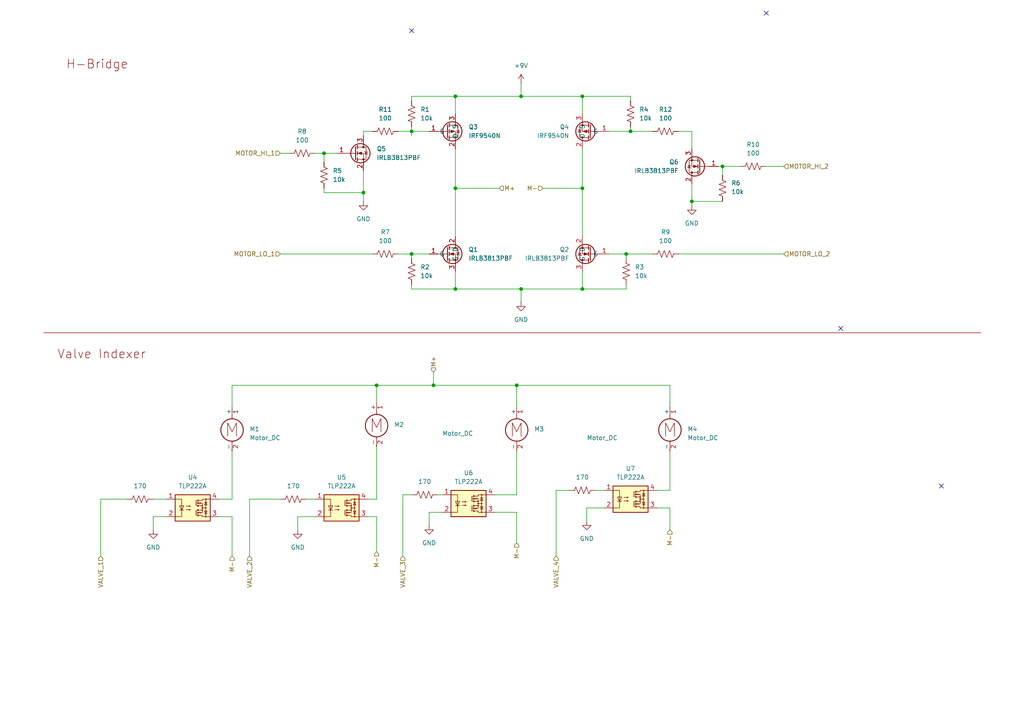
<source format=kicad_sch>
(kicad_sch (version 20250114) (generator "eeschema") (generator_version "9.0")
  (paper "A4")
  (lib_symbols
    (symbol "Device:R_US" (pin_numbers (hide yes)) (pin_names (offset 0))
      (property "Reference" "R" (at 2.54 0 90))
      (property "Value" "R_US" (at -2.54 0 90))
      (symbol "R_US_0_1"
        (polyline (pts (xy 0 2.286) (xy 0 2.54)))
        (polyline (pts (xy 0 2.286) (xy 1.016 1.905) (xy 0 1.524) (xy -1.016 1.143) (xy 0 0.762)))
        (polyline (pts (xy 0 0.762) (xy 1.016 0.381) (xy 0 0) (xy -1.016 -0.381) (xy 0 -0.762)))
        (polyline (pts (xy 0 -0.762) (xy 1.016 -1.143) (xy 0 -1.524) (xy -1.016 -1.905) (xy 0 -2.286)))
        (polyline (pts (xy 0 -2.286) (xy 0 -2.54)))
      )
      (symbol "R_US_1_1"
        (pin passive line (at 0 3.81 270) (length 1.27) (name "~") (number "1"))
        (pin passive line (at 0 -3.81 90) (length 1.27) (name "~") (number "2"))
      )
    )
    (symbol "IRF9540N_1"
      (property "Reference" "Q4" (at 6.35 -1.2701 0))
      (property "Value" "IRF9540N" (at 6.35 1.2699 0))
      (symbol "IRF9540N_1_0_1"
        (polyline (pts (xy 0.254 1.905) (xy 0.254 -1.905)) (stroke (width 0.254)))
        (polyline (pts (xy 0.254 0) (xy -2.54 0)))
        (polyline (pts (xy 0.762 2.286) (xy 0.762 1.27)) (stroke (width 0.254)))
        (polyline (pts (xy 0.762 1.778) (xy 3.302 1.778) (xy 3.302 -1.778) (xy 0.762 -1.778)))
        (polyline (pts (xy 0.762 0.508) (xy 0.762 -0.508)) (stroke (width 0.254)))
        (polyline (pts (xy 0.762 -1.27) (xy 0.762 -2.286)) (stroke (width 0.254)))
        (circle (center 1.651 0) (radius 2.794) (stroke (width 0.254)))
        (polyline (pts (xy 2.286 0) (xy 1.27 0.381) (xy 1.27 -0.381) (xy 2.286 0)) (fill (type outline)))
        (polyline (pts (xy 2.54 2.54) (xy 2.54 1.778)))
        (circle (center 2.54 1.778) (radius 0.254) (fill (type outline)))
        (circle (center 2.54 -1.778) (radius 0.254) (fill (type outline)))
        (polyline (pts (xy 2.54 -2.54) (xy 2.54 0) (xy 0.762 0)))
        (polyline (pts (xy 2.794 -0.508) (xy 2.921 -0.381) (xy 3.683 -0.381) (xy 3.81 -0.254)))
        (polyline (pts (xy 3.302 -0.381) (xy 2.921 0.254) (xy 3.683 0.254) (xy 3.302 -0.381)))
      )
      (symbol "IRF9540N_1_1_1"
        (pin input line (at -5.08 0 0) (length 2.54) (name "G") (number "1"))
        (pin passive line (at 2.54 5.08 270) (length 2.54) (name "D") (number "2"))
        (pin passive line (at 2.54 -5.08 90) (length 2.54) (name "S") (number "3"))
      )
    )
    (symbol "IRLB8721PBF_1"
      (property "Reference" "Q2" (at 6.35 -1.2701 0))
      (property "Value" "IRLB3813PBF" (at 6.35 1.2699 0))
      (symbol "IRLB8721PBF_1_0_1"
        (polyline (pts (xy 0.254 1.905) (xy 0.254 -1.905)) (stroke (width 0.254)))
        (polyline (pts (xy 0.254 0) (xy -2.54 0)))
        (polyline (pts (xy 0.762 2.286) (xy 0.762 1.27)) (stroke (width 0.254)))
        (polyline (pts (xy 0.762 0.508) (xy 0.762 -0.508)) (stroke (width 0.254)))
        (polyline (pts (xy 0.762 -1.27) (xy 0.762 -2.286)) (stroke (width 0.254)))
        (polyline (pts (xy 0.762 -1.778) (xy 3.302 -1.778) (xy 3.302 1.778) (xy 0.762 1.778)))
        (polyline (pts (xy 1.016 0) (xy 2.032 0.381) (xy 2.032 -0.381) (xy 1.016 0)) (fill (type outline)))
        (circle (center 1.651 0) (radius 2.794) (stroke (width 0.254)))
        (polyline (pts (xy 2.54 2.54) (xy 2.54 1.778)))
        (circle (center 2.54 1.778) (radius 0.254) (fill (type outline)))
        (circle (center 2.54 -1.778) (radius 0.254) (fill (type outline)))
        (polyline (pts (xy 2.54 -2.54) (xy 2.54 0) (xy 0.762 0)))
        (polyline (pts (xy 2.794 0.508) (xy 2.921 0.381) (xy 3.683 0.381) (xy 3.81 0.254)))
        (polyline (pts (xy 3.302 0.381) (xy 2.921 -0.254) (xy 3.683 -0.254) (xy 3.302 0.381)))
      )
      (symbol "IRLB8721PBF_1_1_1"
        (pin input line (at -5.08 0 0) (length 2.54) (name "G") (number "1"))
        (pin passive line (at 2.54 5.08 270) (length 2.54) (name "S") (number "3"))
        (pin passive line (at 2.54 -5.08 90) (length 2.54) (name "D") (number "2"))
      )
    )
    (symbol "IRLB8721PBF_2"
      (property "Reference" "Q1" (at 6.35 1.2701 0))
      (property "Value" "IRLB3813PBF" (at 6.35 -1.2699 0))
      (symbol "IRLB8721PBF_2_0_1"
        (polyline (pts (xy 0.254 1.905) (xy 0.254 -1.905)) (stroke (width 0.254)))
        (polyline (pts (xy 0.254 0) (xy -2.54 0)))
        (polyline (pts (xy 0.762 2.286) (xy 0.762 1.27)) (stroke (width 0.254)))
        (polyline (pts (xy 0.762 0.508) (xy 0.762 -0.508)) (stroke (width 0.254)))
        (polyline (pts (xy 0.762 -1.27) (xy 0.762 -2.286)) (stroke (width 0.254)))
        (polyline (pts (xy 0.762 -1.778) (xy 3.302 -1.778) (xy 3.302 1.778) (xy 0.762 1.778)))
        (polyline (pts (xy 1.016 0) (xy 2.032 0.381) (xy 2.032 -0.381) (xy 1.016 0)) (fill (type outline)))
        (circle (center 1.651 0) (radius 2.794) (stroke (width 0.254)))
        (polyline (pts (xy 2.54 2.54) (xy 2.54 1.778)))
        (circle (center 2.54 1.778) (radius 0.254) (fill (type outline)))
        (circle (center 2.54 -1.778) (radius 0.254) (fill (type outline)))
        (polyline (pts (xy 2.54 -2.54) (xy 2.54 0) (xy 0.762 0)))
        (polyline (pts (xy 2.794 0.508) (xy 2.921 0.381) (xy 3.683 0.381) (xy 3.81 0.254)))
        (polyline (pts (xy 3.302 0.381) (xy 2.921 -0.254) (xy 3.683 -0.254) (xy 3.302 0.381)))
      )
      (symbol "IRLB8721PBF_2_1_1"
        (pin input line (at -5.08 0 0) (length 2.54) (name "G") (number "1"))
        (pin passive line (at 2.54 5.08 270) (length 2.54) (name "D") (number "2"))
        (pin passive line (at 2.54 -5.08 90) (length 2.54) (name "S") (number "3"))
      )
    )
    (symbol "IRLB8721PBF_3" (pin_names (hide yes))
      (property "Reference" "Q5" (at 6.35 1.2701 0))
      (property "Value" "IRLB3813PBF" (at 6.35 -1.2699 0))
      (symbol "IRLB8721PBF_3_0_1"
        (polyline (pts (xy 0.254 1.905) (xy 0.254 -1.905)) (stroke (width 0.254)))
        (polyline (pts (xy 0.254 0) (xy -2.54 0)))
        (polyline (pts (xy 0.762 2.286) (xy 0.762 1.27)) (stroke (width 0.254)))
        (polyline (pts (xy 0.762 0.508) (xy 0.762 -0.508)) (stroke (width 0.254)))
        (polyline (pts (xy 0.762 -1.27) (xy 0.762 -2.286)) (stroke (width 0.254)))
        (polyline (pts (xy 0.762 -1.778) (xy 3.302 -1.778) (xy 3.302 1.778) (xy 0.762 1.778)))
        (polyline (pts (xy 1.016 0) (xy 2.032 0.381) (xy 2.032 -0.381) (xy 1.016 0)) (fill (type outline)))
        (circle (center 1.651 0) (radius 2.794) (stroke (width 0.254)))
        (polyline (pts (xy 2.54 2.54) (xy 2.54 1.778)))
        (circle (center 2.54 1.778) (radius 0.254) (fill (type outline)))
        (circle (center 2.54 -1.778) (radius 0.254) (fill (type outline)))
        (polyline (pts (xy 2.54 -2.54) (xy 2.54 0) (xy 0.762 0)))
        (polyline (pts (xy 2.794 0.508) (xy 2.921 0.381) (xy 3.683 0.381) (xy 3.81 0.254)))
        (polyline (pts (xy 3.302 0.381) (xy 2.921 -0.254) (xy 3.683 -0.254) (xy 3.302 0.381)))
      )
      (symbol "IRLB8721PBF_3_1_1"
        (pin input line (at -5.08 0 0) (length 2.54) (name "G") (number "1"))
        (pin passive line (at 2.54 5.08 270) (length 2.54) (name "S") (number "3"))
        (pin passive line (at 2.54 -5.08 90) (length 2.54) (name "D") (number "2"))
      )
    )
    (symbol "Motor:Motor_DC" (pin_names (offset 0))
      (property "Reference" "M" (at 2.54 2.54 0))
      (property "Value" "Motor_DC" (at 2.54 -5.08 0))
      (symbol "Motor_DC_0_0"
        (polyline (pts (xy -1.27 -3.302) (xy -1.27 0.508) (xy 0 -2.032) (xy 1.27 0.508) (xy 1.27 -3.302)))
      )
      (symbol "Motor_DC_0_1"
        (polyline (pts (xy 0 2.032) (xy 0 2.54)))
        (polyline (pts (xy 0 1.7272) (xy 0 2.0828)))
        (circle (center 0 -1.524) (radius 3.2512) (stroke (width 0.254)))
        (polyline (pts (xy 0 -4.7752) (xy 0 -5.1816)))
        (polyline (pts (xy 0 -7.62) (xy 0 -7.112)))
      )
      (symbol "Motor_DC_1_1"
        (pin passive line (at 0 5.08 270) (length 2.54) (name "+") (number "1"))
        (pin passive line (at 0 -7.62 90) (length 2.54) (name "-") (number "2"))
      )
    )
    (symbol "Relay_SolidState:TLP222A"
      (property "Reference" "U" (at -5.08 5.08 0))
      (property "Value" "TLP222A" (at 0 5.08 0))
      (symbol "TLP222A_0_1"
        (rectangle (start -5.08 3.81) (end 5.08 -3.81) (stroke (width 0.254)) (fill (type background)))
        (polyline (pts (xy -5.08 2.54) (xy -3.175 2.54) (xy -3.175 -2.54) (xy -5.08 -2.54)))
        (polyline (pts (xy -3.81 -0.635) (xy -2.54 -0.635)))
        (polyline (pts (xy -3.175 -0.635) (xy -3.81 0.635) (xy -2.54 0.635) (xy -3.175 -0.635)))
        (polyline (pts (xy -1.905 0.508) (xy -0.635 0.508) (xy -1.016 0.381) (xy -1.016 0.635) (xy -0.635 0.508)))
        (polyline (pts (xy -1.905 -0.508) (xy -0.635 -0.508) (xy -1.016 -0.635) (xy -1.016 -0.381) (xy -0.635 -0.508)))
        (polyline (pts (xy 1.016 2.159) (xy 1.016 0.635)) (stroke (width 0.2032)))
        (polyline (pts (xy 1.016 -0.635) (xy 1.016 -2.159)) (stroke (width 0.2032)))
        (polyline (pts (xy 1.524 2.286) (xy 1.524 2.032) (xy 1.524 2.032)) (stroke (width 0.3556)))
        (polyline (pts (xy 1.524 1.524) (xy 1.524 1.27) (xy 1.524 1.27)) (stroke (width 0.3556)))
        (polyline (pts (xy 1.524 0.762) (xy 1.524 0.508) (xy 1.524 0.508)) (stroke (width 0.3556)))
        (polyline (pts (xy 1.524 -0.508) (xy 1.524 -0.762)) (stroke (width 0.3556)))
        (polyline (pts (xy 1.524 -1.27) (xy 1.524 -1.524) (xy 1.524 -1.524)) (stroke (width 0.3556)))
        (polyline (pts (xy 1.524 -2.032) (xy 1.524 -2.286) (xy 1.524 -2.286)) (stroke (width 0.3556)))
        (polyline (pts (xy 1.651 2.159) (xy 2.794 2.159) (xy 2.794 2.54) (xy 5.08 2.54)))
        (polyline (pts (xy 1.651 1.397) (xy 2.794 1.397) (xy 2.794 0.635)))
        (polyline (pts (xy 1.651 -0.635) (xy 2.794 -0.635) (xy 2.794 0.635) (xy 1.651 0.635)))
        (polyline (pts (xy 1.651 -1.397) (xy 2.794 -1.397) (xy 2.794 -0.635)))
        (polyline (pts (xy 1.651 -2.159) (xy 2.794 -2.159) (xy 2.794 -2.54) (xy 5.08 -2.54)))
        (polyline (pts (xy 1.778 1.397) (xy 2.286 1.524) (xy 2.286 1.27) (xy 1.778 1.397)))
        (polyline (pts (xy 1.778 -1.397) (xy 2.286 -1.27) (xy 2.286 -1.524) (xy 1.778 -1.397)))
        (circle (center 2.794 0.635) (radius 0.127))
        (polyline (pts (xy 2.794 0) (xy 3.81 0)))
        (circle (center 2.794 0) (radius 0.127))
        (circle (center 2.794 -0.635) (radius 0.127))
        (polyline (pts (xy 3.429 1.651) (xy 4.191 1.651)))
        (polyline (pts (xy 3.429 -1.651) (xy 4.191 -1.651)))
        (circle (center 3.81 2.54) (radius 0.127))
        (polyline (pts (xy 3.81 1.651) (xy 3.429 0.889) (xy 4.191 0.889) (xy 3.81 1.651)))
        (circle (center 3.81 0) (radius 0.127))
        (polyline (pts (xy 3.81 -1.651) (xy 3.429 -0.889) (xy 4.191 -0.889) (xy 3.81 -1.651)))
        (polyline (pts (xy 3.81 -2.54) (xy 3.81 2.54)))
        (circle (center 3.81 -2.54) (radius 0.127))
      )
      (symbol "TLP222A_1_1"
        (pin passive line (at -7.62 2.54 0) (length 2.54) (name "~") (number "1"))
        (pin passive line (at -7.62 -2.54 0) (length 2.54) (name "~") (number "2"))
        (pin passive line (at 7.62 2.54 180) (length 2.54) (name "~") (number "4"))
        (pin passive line (at 7.62 -2.54 180) (length 2.54) (name "~") (number "3"))
      )
    )
    (symbol "Transistor_FET:IRF9540N"
      (property "Reference" "Q3" (at 6.35 1.2701 0))
      (property "Value" "IRF9540N" (at 6.35 -1.2699 0))
      (symbol "IRF9540N_0_1"
        (polyline (pts (xy 0.254 1.905) (xy 0.254 -1.905)) (stroke (width 0.254)))
        (polyline (pts (xy 0.254 0) (xy -2.54 0)))
        (polyline (pts (xy 0.762 2.286) (xy 0.762 1.27)) (stroke (width 0.254)))
        (polyline (pts (xy 0.762 1.778) (xy 3.302 1.778) (xy 3.302 -1.778) (xy 0.762 -1.778)))
        (polyline (pts (xy 0.762 0.508) (xy 0.762 -0.508)) (stroke (width 0.254)))
        (polyline (pts (xy 0.762 -1.27) (xy 0.762 -2.286)) (stroke (width 0.254)))
        (circle (center 1.651 0) (radius 2.794) (stroke (width 0.254)))
        (polyline (pts (xy 2.286 0) (xy 1.27 0.381) (xy 1.27 -0.381) (xy 2.286 0)) (fill (type outline)))
        (polyline (pts (xy 2.54 2.54) (xy 2.54 1.778)))
        (circle (center 2.54 1.778) (radius 0.254) (fill (type outline)))
        (circle (center 2.54 -1.778) (radius 0.254) (fill (type outline)))
        (polyline (pts (xy 2.54 -2.54) (xy 2.54 0) (xy 0.762 0)))
        (polyline (pts (xy 2.794 -0.508) (xy 2.921 -0.381) (xy 3.683 -0.381) (xy 3.81 -0.254)))
        (polyline (pts (xy 3.302 -0.381) (xy 2.921 0.254) (xy 3.683 0.254) (xy 3.302 -0.381)))
      )
      (symbol "IRF9540N_1_1"
        (pin input line (at -5.08 0 0) (length 2.54) (name "G") (number "1"))
        (pin passive line (at 2.54 5.08 270) (length 2.54) (name "S") (number "3"))
        (pin passive line (at 2.54 -5.08 90) (length 2.54) (name "D") (number "2"))
      )
    )
    (symbol "Transistor_FET:IRLB8721PBF" (pin_names (hide yes))
      (property "Reference" "Q" (at 5.08 1.905 0))
      (property "Value" "IRLB8721PBF" (at 5.08 0 0))
      (symbol "IRLB8721PBF_0_1"
        (polyline (pts (xy 0.254 1.905) (xy 0.254 -1.905)) (stroke (width 0.254)))
        (polyline (pts (xy 0.254 0) (xy -2.54 0)))
        (polyline (pts (xy 0.762 2.286) (xy 0.762 1.27)) (stroke (width 0.254)))
        (polyline (pts (xy 0.762 0.508) (xy 0.762 -0.508)) (stroke (width 0.254)))
        (polyline (pts (xy 0.762 -1.27) (xy 0.762 -2.286)) (stroke (width 0.254)))
        (polyline (pts (xy 0.762 -1.778) (xy 3.302 -1.778) (xy 3.302 1.778) (xy 0.762 1.778)))
        (polyline (pts (xy 1.016 0) (xy 2.032 0.381) (xy 2.032 -0.381) (xy 1.016 0)) (fill (type outline)))
        (circle (center 1.651 0) (radius 2.794) (stroke (width 0.254)))
        (polyline (pts (xy 2.54 2.54) (xy 2.54 1.778)))
        (circle (center 2.54 1.778) (radius 0.254) (fill (type outline)))
        (circle (center 2.54 -1.778) (radius 0.254) (fill (type outline)))
        (polyline (pts (xy 2.54 -2.54) (xy 2.54 0) (xy 0.762 0)))
        (polyline (pts (xy 2.794 0.508) (xy 2.921 0.381) (xy 3.683 0.381) (xy 3.81 0.254)))
        (polyline (pts (xy 3.302 0.381) (xy 2.921 -0.254) (xy 3.683 -0.254) (xy 3.302 0.381)))
      )
      (symbol "IRLB8721PBF_1_1"
        (pin input line (at -5.08 0 0) (length 2.54) (name "G") (number "1"))
        (pin passive line (at 2.54 5.08 270) (length 2.54) (name "D") (number "2"))
        (pin passive line (at 2.54 -5.08 90) (length 2.54) (name "S") (number "3"))
      )
    )
    (symbol "power:+9V" (power) (pin_numbers (hide yes)) (pin_names (offset 0) (hide yes))
      (property "Value" "+9V" (at 0 3.556 0))
      (symbol "+9V_0_1"
        (polyline (pts (xy -0.762 1.27) (xy 0 2.54)))
        (polyline (pts (xy 0 2.54) (xy 0.762 1.27)))
        (polyline (pts (xy 0 0) (xy 0 2.54)))
      )
      (symbol "+9V_1_1"
        (pin power_in line (at 0 0 90) (length 0) (name "~") (number "1"))
      )
    )
    (symbol "power:GND" (power) (pin_numbers (hide yes)) (pin_names (offset 0) (hide yes))
      (property "Value" "GND" (at 0 -3.81 0))
      (symbol "GND_0_1"
        (polyline (pts (xy 0 0) (xy 0 -1.27) (xy 1.27 -1.27) (xy 0 -2.54) (xy -1.27 -1.27) (xy 0 -1.27)))
      )
      (symbol "GND_1_1"
        (pin power_in line (at 0 0 270) (length 0) (name "~") (number "1"))
      )
    )
  )
  (text "Valve Indexer\n" (at 29.464 102.87 0) (effects (font (size 2.54 2.54))))
  (text "H-Bridge" (at 28.194 18.796 0) (effects (font (size 2.54 2.54))))
  (junction (at 149.86 111.76))
  (junction (at 151.13 27.94))
  (junction (at 182.88 38.1))
  (junction (at 109.22 111.76))
  (junction (at 119.38 73.66))
  (junction (at 93.98 44.45))
  (junction (at 181.61 73.66))
  (junction (at 119.38 38.1))
  (junction (at 132.08 27.94))
  (junction (at 209.55 48.26))
  (junction (at 125.73 111.76))
  (junction (at 200.66 58.42))
  (junction (at 132.08 83.82))
  (junction (at 168.91 54.61))
  (junction (at 151.13 83.82))
  (junction (at 105.41 55.88))
  (junction (at 168.91 27.94))
  (junction (at 168.91 83.82))
  (junction (at 132.08 54.61))
  (no_connect (at 222.25 3.81))
  (no_connect (at 179.07 -38.1))
  (no_connect (at 243.84 95.25))
  (no_connect (at 119.38 8.89))
  (no_connect (at 273.05 140.97))
  (wire (pts (xy 168.91 83.82) (xy 181.61 83.82)))
  (wire (pts (xy 161.29 161.29) (xy 161.29 142.24)))
  (wire (pts (xy 44.45 149.86) (xy 44.45 153.67)))
  (wire (pts (xy 48.26 149.86) (xy 44.45 149.86)))
  (wire (pts (xy 132.08 54.61) (xy 132.08 68.58)))
  (wire (pts (xy 119.38 83.82) (xy 132.08 83.82)))
  (wire (pts (xy 149.86 111.76) (xy 194.31 111.76)))
  (wire (pts (xy 151.13 83.82) (xy 168.91 83.82)))
  (wire (pts (xy 176.53 38.1) (xy 182.88 38.1)))
  (wire (pts (xy 161.29 142.24) (xy 165.1 142.24)))
  (wire (pts (xy 157.48 54.61) (xy 168.91 54.61)))
  (wire (pts (xy 132.08 33.02) (xy 132.08 27.94)))
  (wire (pts (xy 109.22 129.54) (xy 109.22 144.78)))
  (wire (pts (xy 67.31 144.78) (xy 63.5 144.78)))
  (wire (pts (xy 200.66 38.1) (xy 200.66 43.18)))
  (wire (pts (xy 119.38 82.55) (xy 119.38 83.82)))
  (wire (pts (xy 168.91 27.94) (xy 182.88 27.94)))
  (wire (pts (xy 209.55 48.26) (xy 209.55 50.8)))
  (wire (pts (xy 132.08 54.61) (xy 144.78 54.61)))
  (wire (pts (xy 190.5 147.32) (xy 194.31 147.32)))
  (wire (pts (xy 128.27 143.51) (xy 127 143.51)))
  (wire (pts (xy 86.36 149.86) (xy 91.44 149.86)))
  (wire (pts (xy 93.98 55.88) (xy 105.41 55.88)))
  (wire (pts (xy 196.85 38.1) (xy 200.66 38.1)))
  (wire (pts (xy 181.61 83.82) (xy 181.61 82.55)))
  (wire (pts (xy 172.72 142.24) (xy 175.26 142.24)))
  (wire (pts (xy 109.22 111.76) (xy 109.22 116.84)))
  (wire (pts (xy 105.41 55.88) (xy 105.41 49.53)))
  (wire (pts (xy 182.88 36.83) (xy 182.88 38.1)))
  (wire (pts (xy 208.28 48.26) (xy 209.55 48.26)))
  (wire (pts (xy 93.98 44.45) (xy 97.79 44.45)))
  (wire (pts (xy 151.13 83.82) (xy 151.13 87.63)))
  (wire (pts (xy 29.21 144.78) (xy 36.83 144.78)))
  (wire (pts (xy 194.31 147.32) (xy 194.31 153.67)))
  (wire (pts (xy 105.41 38.1) (xy 105.41 39.37)))
  (wire (pts (xy 115.57 73.66) (xy 119.38 73.66)))
  (wire (pts (xy 170.18 147.32) (xy 175.26 147.32)))
  (wire (pts (xy 182.88 38.1) (xy 189.23 38.1)))
  (wire (pts (xy 222.25 48.26) (xy 227.33 48.26)))
  (wire (pts (xy 119.38 38.1) (xy 124.46 38.1)))
  (wire (pts (xy 119.38 29.21) (xy 119.38 27.94)))
  (wire (pts (xy 93.98 54.61) (xy 93.98 55.88)))
  (wire (pts (xy 132.08 43.18) (xy 132.08 54.61)))
  (wire (pts (xy 194.31 111.76) (xy 194.31 118.11)))
  (wire (pts (xy 196.85 73.66) (xy 227.33 73.66)))
  (wire (pts (xy 72.39 161.29) (xy 72.39 144.78)))
  (wire (pts (xy 119.38 27.94) (xy 132.08 27.94)))
  (wire (pts (xy 128.27 148.59) (xy 124.46 148.59)))
  (wire (pts (xy 109.22 144.78) (xy 106.68 144.78)))
  (wire (pts (xy 168.91 27.94) (xy 168.91 33.02)))
  (wire (pts (xy 106.68 149.86) (xy 109.22 149.86)))
  (wire (pts (xy 149.86 148.59) (xy 143.51 148.59)))
  (wire (pts (xy 200.66 58.42) (xy 200.66 59.69)))
  (wire (pts (xy 81.28 73.66) (xy 107.95 73.66)))
  (wire (pts (xy 149.86 143.51) (xy 143.51 143.51)))
  (wire (pts (xy 168.91 54.61) (xy 168.91 68.58)))
  (wire (pts (xy 181.61 73.66) (xy 189.23 73.66)))
  (wire (pts (xy 209.55 48.26) (xy 214.63 48.26)))
  (wire (pts (xy 115.57 38.1) (xy 119.38 38.1)))
  (wire (pts (xy 29.21 161.29) (xy 29.21 144.78)))
  (wire (pts (xy 88.9 144.78) (xy 91.44 144.78)))
  (wire (pts (xy 132.08 83.82) (xy 151.13 83.82)))
  (wire (pts (xy 176.53 73.66) (xy 181.61 73.66)))
  (wire (pts (xy 168.91 43.18) (xy 168.91 54.61)))
  (wire (pts (xy 63.5 149.86) (xy 67.31 149.86)))
  (wire (pts (xy 125.73 111.76) (xy 149.86 111.76)))
  (wire (pts (xy 119.38 36.83) (xy 119.38 38.1)))
  (wire (pts (xy 194.31 142.24) (xy 190.5 142.24)))
  (wire (pts (xy 119.38 74.93) (xy 119.38 73.66)))
  (wire (pts (xy 81.28 44.45) (xy 83.82 44.45)))
  (wire (pts (xy 67.31 111.76) (xy 67.31 118.11)))
  (wire (pts (xy 119.38 39.37) (xy 119.38 38.1)))
  (wire (pts (xy 125.73 107.95) (xy 125.73 111.76)))
  (wire (pts (xy 149.86 111.76) (xy 149.86 118.11)))
  (wire (pts (xy 109.22 111.76) (xy 125.73 111.76)))
  (wire (pts (xy 194.31 130.81) (xy 194.31 142.24)))
  (wire (pts (xy 181.61 74.93) (xy 181.61 73.66)))
  (wire (pts (xy 151.13 24.13) (xy 151.13 27.94)))
  (wire (pts (xy 91.44 44.45) (xy 93.98 44.45)))
  (wire (pts (xy 109.22 149.86) (xy 109.22 160.02)))
  (wire (pts (xy 107.95 38.1) (xy 105.41 38.1)))
  (wire (pts (xy 200.66 58.42) (xy 209.55 58.42)))
  (wire (pts (xy 119.38 73.66) (xy 124.46 73.66)))
  (wire (pts (xy 86.36 153.67) (xy 86.36 149.86)))
  (wire (pts (xy 67.31 111.76) (xy 109.22 111.76)))
  (wire (pts (xy 149.86 130.81) (xy 149.86 143.51)))
  (wire (pts (xy 124.46 148.59) (xy 124.46 152.4)))
  (wire (pts (xy 151.13 27.94) (xy 168.91 27.94)))
  (wire (pts (xy 132.08 78.74) (xy 132.08 83.82)))
  (wire (pts (xy 116.84 143.51) (xy 116.84 161.29)))
  (wire (pts (xy 72.39 144.78) (xy 81.28 144.78)))
  (wire (pts (xy 170.18 151.13) (xy 170.18 147.32)))
  (wire (pts (xy 119.38 143.51) (xy 116.84 143.51)))
  (wire (pts (xy 200.66 53.34) (xy 200.66 58.42)))
  (wire (pts (xy 67.31 149.86) (xy 67.31 161.29)))
  (wire (pts (xy 182.88 27.94) (xy 182.88 29.21)))
  (polyline (pts (xy 12.7 96.52) (xy 284.48 96.52)) (stroke (width 0) (type solid) (color 132 0 0 1)))
  (wire (pts (xy 149.86 157.48) (xy 149.86 148.59)))
  (wire (pts (xy 105.41 55.88) (xy 105.41 58.42)))
  (wire (pts (xy 48.26 144.78) (xy 44.45 144.78)))
  (wire (pts (xy 67.31 130.81) (xy 67.31 144.78)))
  (wire (pts (xy 168.91 78.74) (xy 168.91 83.82)))
  (wire (pts (xy 93.98 46.99) (xy 93.98 44.45)))
  (wire (pts (xy 132.08 27.94) (xy 151.13 27.94)))
  (hierarchical_label "MOTOR_HI_2" (shape input) (at 227.33 48.26 0))
  (hierarchical_label "MOTOR_LO_1" (shape input) (at 81.28 73.66 180))
  (hierarchical_label "M-" (shape input) (at 194.31 153.67 270))
  (hierarchical_label "M-" (shape input) (at 109.22 160.02 270))
  (hierarchical_label "M-" (shape input) (at 157.48 54.61 180))
  (hierarchical_label "MOTOR_LO_2" (shape input) (at 227.33 73.66 0))
  (hierarchical_label "MOTOR_HI_1" (shape input) (at 81.28 44.45 180))
  (hierarchical_label "M-" (shape input) (at 149.86 157.48 270))
  (hierarchical_label "M-" (shape input) (at 67.31 161.29 270))
  (hierarchical_label "M+" (shape input) (at 144.78 54.61 0))
  (hierarchical_label "VALVE_2" (shape input) (at 72.39 161.29 270))
  (hierarchical_label "VALVE_4" (shape input) (at 161.29 161.29 270))
  (hierarchical_label "VALVE_1" (shape input) (at 29.21 161.29 270))
  (hierarchical_label "VALVE_3" (shape input) (at 116.84 161.29 270))
  (hierarchical_label "M+" (shape input) (at 125.73 107.95 90))
  (symbol (lib_id "Device:R_US") (at 193.04 73.66 270) (unit 1)
    (property "Reference" "R9" (at 193.04 67.31 90))
    (property "Value" "100" (at 193.04 69.85 90))
    (property "Description" "Resistor, US symbol" (effects (hide yes)))
  )
  (symbol (lib_id "Device:R_US") (at 193.04 38.1 270) (unit 1)
    (property "Reference" "R12" (at 193.04 31.75 90))
    (property "Value" "100" (at 193.04 34.29 90))
    (property "Description" "Resistor, US symbol" (effects (hide yes)))
  )
  (symbol (lib_id "Transistor_FET:IRLB8721PBF") (at 203.2 48.26 180) (unit 1)
    (property "Reference" "Q6" (at 196.85 46.9899 0) (effects (justify left)))
    (property "Value" "IRLB3813PBF" (at 196.85 49.5299 0) (effects (justify left)))
    (property "Footprint" "Package_TO_SOT_THT:TO-220-3_Vertical" (effects (hide yes)))
    (property "Datasheet" "http://www.infineon.com/dgdl/irlb8721pbf.pdf?fileId=5546d462533600a40153566056732591" (effects (hide yes)))
    (property "Description" "62A Id, 30V Vds, 8.7 mOhm Rds, N-Channel HEXFET Power MOSFET, TO-220" (effects (hide yes)))
  )
  (symbol (lib_id "Relay_SolidState:TLP222A") (at 55.88 147.32 0) (unit 1)
    (property "Reference" "U4" (at 55.88 138.43 0))
    (property "Value" "TLP222A" (at 55.88 140.97 0))
    (property "Footprint" "Package_DIP:DIP-4_W7.62mm" (effects (hide yes)))
    (property "Datasheet" "https://toshiba.semicon-storage.com/info/docget.jsp?did=17036&prodName=TLP222A" (effects (hide yes)))
    (property "Description" "MOSFET Photorelay 1-Form-A, Voff 60V, Ion 0,5A, DIP4" (effects (hide yes)))
  )
  (symbol (lib_id "power:+9V") (at 151.13 24.13 0) (unit 1)
    (property "Reference" "#PWR02" (effects (hide yes)))
    (property "Value" "+9V" (at 151.13 19.05 0))
    (property "Description" "Power symbol creates a global label with name \"+9V\"" (effects (hide yes)))
  )
  (symbol (lib_id "Transistor_FET:IRF9540N") (at 129.54 38.1 0) (unit 1)
    (property "Reference" "Q3" (at 135.89 36.8299 0) (effects (justify left)))
    (property "Value" "IRF9540N" (at 135.89 39.3699 0) (effects (justify left)))
    (property "Footprint" "Package_TO_SOT_THT:TO-220-3_Vertical" (effects (hide yes)))
    (property "Datasheet" "http://www.irf.com/product-info/datasheets/data/irf9540n.pdf" (effects (hide yes)))
    (property "Description" "-23A Id, -100V Vds, 117mOhm Rds, P-Channel HEXFET Power MOSFET, TO-220" (effects (hide yes)))
  )
  (symbol (lib_name "IRLB8721PBF_3") (lib_id "Transistor_FET:IRLB8721PBF") (at 102.87 44.45 0) (unit 1)
    (property "Reference" "Q5" (at 109.22 43.1799 0) (effects (justify left)))
    (property "Value" "IRLB3813PBF" (at 109.22 45.7199 0) (effects (justify left)))
    (property "Footprint" "Package_TO_SOT_THT:TO-220-3_Vertical" (effects (hide yes)))
    (property "Datasheet" "http://www.infineon.com/dgdl/irlb8721pbf.pdf?fileId=5546d462533600a40153566056732591" (effects (hide yes)))
    (property "Description" "62A Id, 30V Vds, 8.7 mOhm Rds, N-Channel HEXFET Power MOSFET, TO-220" (effects (hide yes)))
  )
  (symbol (lib_id "Device:R_US") (at 85.09 144.78 90) (unit 1)
    (property "Reference" "R19" (effects (hide yes)))
    (property "Value" "170" (at 85.09 140.97 90))
    (property "Description" "Resistor, US symbol" (effects (hide yes)))
  )
  (symbol (lib_id "Relay_SolidState:TLP222A") (at 135.89 146.05 0) (unit 1)
    (property "Reference" "U6" (at 135.89 137.16 0))
    (property "Value" "TLP222A" (at 135.89 139.7 0))
    (property "Footprint" "Package_DIP:DIP-4_W7.62mm" (effects (hide yes)))
    (property "Datasheet" "https://toshiba.semicon-storage.com/info/docget.jsp?did=17036&prodName=TLP222A" (effects (hide yes)))
    (property "Description" "MOSFET Photorelay 1-Form-A, Voff 60V, Ion 0,5A, DIP4" (effects (hide yes)))
  )
  (symbol (lib_id "Device:R_US") (at 40.64 144.78 90) (unit 1)
    (property "Reference" "R18" (effects (hide yes)))
    (property "Value" "170" (at 40.64 140.97 90))
    (property "Description" "Resistor, US symbol" (effects (hide yes)))
  )
  (symbol (lib_id "Device:R_US") (at 111.76 73.66 270) (unit 1)
    (property "Reference" "R7" (at 111.76 67.31 90))
    (property "Value" "100" (at 111.76 69.85 90))
    (property "Description" "Resistor, US symbol" (effects (hide yes)))
  )
  (symbol (lib_id "Device:R_US") (at 93.98 50.8 0) (unit 1)
    (property "Reference" "R5" (at 96.52 49.5299 0) (effects (justify left)))
    (property "Value" "10k" (at 96.52 52.0699 0) (effects (justify left)))
    (property "Description" "Resistor, US symbol" (effects (hide yes)))
  )
  (symbol (lib_id "Device:R_US") (at 181.61 78.74 0) (unit 1)
    (property "Reference" "R3" (at 184.15 77.4699 0) (effects (justify left)))
    (property "Value" "10k" (at 184.15 80.0099 0) (effects (justify left)))
    (property "Description" "Resistor, US symbol" (effects (hide yes)))
  )
  (symbol (lib_id "power:GND") (at 124.46 152.4 0) (unit 1)
    (property "Reference" "#PWR05" (effects (hide yes)))
    (property "Value" "GND" (at 124.46 157.48 0))
    (property "Description" "Power symbol creates a global label with name \"GND\" , ground" (effects (hide yes)))
  )
  (symbol (lib_id "Device:R_US") (at 123.19 143.51 90) (unit 1)
    (property "Reference" "R13" (effects (hide yes)))
    (property "Value" "170" (at 123.19 139.7 90))
    (property "Description" "Resistor, US symbol" (effects (hide yes)))
  )
  (symbol (lib_id "Device:R_US") (at 119.38 33.02 0) (unit 1)
    (property "Reference" "R1" (at 121.92 31.7499 0) (effects (justify left)))
    (property "Value" "10k" (at 121.92 34.2899 0) (effects (justify left)))
    (property "Description" "Resistor, US symbol" (effects (hide yes)))
  )
  (symbol (lib_id "Motor:Motor_DC") (at 109.22 121.92 0) (unit 1)
    (property "Reference" "M2" (at 114.3 123.1899 0) (effects (justify left)))
    (property "Value" "Motor_DC" (at 128.27 125.7299 0) (effects (justify left)))
    (property "Description" "DC Motor" (effects (hide yes)))
  )
  (symbol (lib_id "power:GND") (at 105.41 58.42 0) (unit 1)
    (property "Reference" "#PWR03" (effects (hide yes)))
    (property "Value" "GND" (at 105.41 63.5 0))
    (property "Description" "Power symbol creates a global label with name \"GND\" , ground" (effects (hide yes)))
  )
  (symbol (lib_id "power:GND") (at 86.36 153.67 0) (unit 1)
    (property "Reference" "#PWR07" (effects (hide yes)))
    (property "Value" "GND" (at 86.36 158.75 0))
    (property "Description" "Power symbol creates a global label with name \"GND\" , ground" (effects (hide yes)))
  )
  (symbol (lib_id "Device:R_US") (at 119.38 78.74 0) (unit 1)
    (property "Reference" "R2" (at 121.92 77.4699 0) (effects (justify left)))
    (property "Value" "10k" (at 121.92 80.0099 0) (effects (justify left)))
    (property "Description" "Resistor, US symbol" (effects (hide yes)))
  )
  (symbol (lib_id "Device:R_US") (at 182.88 33.02 0) (unit 1)
    (property "Reference" "R4" (at 185.42 31.7499 0) (effects (justify left)))
    (property "Value" "10k" (at 185.42 34.2899 0) (effects (justify left)))
    (property "Description" "Resistor, US symbol" (effects (hide yes)))
  )
  (symbol (lib_id "power:GND") (at 44.45 153.67 0) (unit 1)
    (property "Reference" "#PWR06" (effects (hide yes)))
    (property "Value" "GND" (at 44.45 158.75 0))
    (property "Description" "Power symbol creates a global label with name \"GND\" , ground" (effects (hide yes)))
  )
  (symbol (lib_id "Motor:Motor_DC") (at 67.31 123.19 0) (unit 1)
    (property "Reference" "M1" (at 72.39 124.4599 0) (effects (justify left)))
    (property "Value" "Motor_DC" (at 72.39 126.9999 0) (effects (justify left)))
    (property "Description" "DC Motor" (effects (hide yes)))
  )
  (symbol (lib_id "Device:R_US") (at 218.44 48.26 270) (unit 1)
    (property "Reference" "R10" (at 218.44 41.91 90))
    (property "Value" "100" (at 218.44 44.45 90))
    (property "Description" "Resistor, US symbol" (effects (hide yes)))
  )
  (symbol (lib_name "IRLB8721PBF_2") (lib_id "Transistor_FET:IRLB8721PBF") (at 129.54 73.66 0) (unit 1)
    (property "Reference" "Q1" (at 135.89 72.3899 0) (effects (justify left)))
    (property "Value" "IRLB3813PBF" (at 135.89 74.9299 0) (effects (justify left)))
    (property "Footprint" "Package_TO_SOT_THT:TO-220-3_Vertical" (effects (hide yes)))
    (property "Datasheet" "http://www.infineon.com/dgdl/irlb8721pbf.pdf?fileId=5546d462533600a40153566056732591" (effects (hide yes)))
    (property "Description" "62A Id, 30V Vds, 8.7 mOhm Rds, N-Channel HEXFET Power MOSFET, TO-220" (effects (hide yes)))
  )
  (symbol (lib_id "Motor:Motor_DC") (at 194.31 123.19 0) (unit 1)
    (property "Reference" "M4" (at 199.39 124.4599 0) (effects (justify left)))
    (property "Value" "Motor_DC" (at 199.39 126.9999 0) (effects (justify left)))
    (property "Description" "DC Motor" (effects (hide yes)))
  )
  (symbol (lib_id "Device:R_US") (at 168.91 142.24 90) (unit 1)
    (property "Reference" "R14" (effects (hide yes)))
    (property "Value" "170" (at 168.91 138.43 90))
    (property "Description" "Resistor, US symbol" (effects (hide yes)))
  )
  (symbol (lib_id "power:GND") (at 151.13 87.63 0) (unit 1)
    (property "Reference" "#PWR01" (effects (hide yes)))
    (property "Value" "GND" (at 151.13 92.71 0))
    (property "Description" "Power symbol creates a global label with name \"GND\" , ground" (effects (hide yes)))
  )
  (symbol (lib_id "Device:R_US") (at 111.76 38.1 270) (unit 1)
    (property "Reference" "R11" (at 111.76 31.75 90))
    (property "Value" "100" (at 111.76 34.29 90))
    (property "Description" "Resistor, US symbol" (effects (hide yes)))
  )
  (symbol (lib_id "Relay_SolidState:TLP222A") (at 182.88 144.78 0) (unit 1)
    (property "Reference" "U7" (at 182.88 135.89 0))
    (property "Value" "TLP222A" (at 182.88 138.43 0))
    (property "Footprint" "Package_DIP:DIP-4_W7.62mm" (effects (hide yes)))
    (property "Datasheet" "https://toshiba.semicon-storage.com/info/docget.jsp?did=17036&prodName=TLP222A" (effects (hide yes)))
    (property "Description" "MOSFET Photorelay 1-Form-A, Voff 60V, Ion 0,5A, DIP4" (effects (hide yes)))
  )
  (symbol (lib_name "IRLB8721PBF_1") (lib_id "Transistor_FET:IRLB8721PBF") (at 171.45 73.66 180) (unit 1)
    (property "Reference" "Q2" (at 165.1 72.3899 0) (effects (justify left)))
    (property "Value" "IRLB3813PBF" (at 165.1 74.9299 0) (effects (justify left)))
    (property "Footprint" "Package_TO_SOT_THT:TO-220-3_Vertical" (effects (hide yes)))
    (property "Datasheet" "http://www.infineon.com/dgdl/irlb8721pbf.pdf?fileId=5546d462533600a40153566056732591" (effects (hide yes)))
    (property "Description" "62A Id, 30V Vds, 8.7 mOhm Rds, N-Channel HEXFET Power MOSFET, TO-220" (effects (hide yes)))
  )
  (symbol (lib_id "Relay_SolidState:TLP222A") (at 99.06 147.32 0) (unit 1)
    (property "Reference" "U5" (at 99.06 138.43 0))
    (property "Value" "TLP222A" (at 99.06 140.97 0))
    (property "Footprint" "Package_DIP:DIP-4_W7.62mm" (effects (hide yes)))
    (property "Datasheet" "https://toshiba.semicon-storage.com/info/docget.jsp?did=17036&prodName=TLP222A" (effects (hide yes)))
    (property "Description" "MOSFET Photorelay 1-Form-A, Voff 60V, Ion 0,5A, DIP4" (effects (hide yes)))
  )
  (symbol (lib_id "Device:R_US") (at 87.63 44.45 270) (unit 1)
    (property "Reference" "R8" (at 87.63 38.1 90))
    (property "Value" "100" (at 87.63 40.64 90))
    (property "Description" "Resistor, US symbol" (effects (hide yes)))
  )
  (symbol (lib_id "power:GND") (at 170.18 151.13 0) (unit 1)
    (property "Reference" "#PWR08" (effects (hide yes)))
    (property "Value" "GND" (at 170.18 156.21 0))
    (property "Description" "Power symbol creates a global label with name \"GND\" , ground" (effects (hide yes)))
  )
  (symbol (lib_id "Motor:Motor_DC") (at 149.86 123.19 0) (unit 1)
    (property "Reference" "M3" (at 154.94 124.4599 0) (effects (justify left)))
    (property "Value" "Motor_DC" (at 170.18 126.9999 0) (effects (justify left)))
    (property "Description" "DC Motor" (effects (hide yes)))
  )
  (symbol (lib_name "IRF9540N_1") (lib_id "Transistor_FET:IRF9540N") (at 171.45 38.1 180) (unit 1)
    (property "Reference" "Q4" (at 165.1 36.8299 0) (effects (justify left)))
    (property "Value" "IRF9540N" (at 165.1 39.3699 0) (effects (justify left)))
    (property "Footprint" "Package_TO_SOT_THT:TO-220-3_Vertical" (effects (hide yes)))
    (property "Datasheet" "http://www.irf.com/product-info/datasheets/data/irf9540n.pdf" (effects (hide yes)))
    (property "Description" "-23A Id, -100V Vds, 117mOhm Rds, P-Channel HEXFET Power MOSFET, TO-220" (effects (hide yes)))
  )
  (symbol (lib_id "power:GND") (at 200.66 59.69 0) (unit 1)
    (property "Reference" "#PWR04" (effects (hide yes)))
    (property "Value" "GND" (at 200.66 64.77 0))
    (property "Description" "Power symbol creates a global label with name \"GND\" , ground" (effects (hide yes)))
  )
  (symbol (lib_id "Device:R_US") (at 209.55 54.61 0) (unit 1)
    (property "Reference" "R6" (at 212.09 53.086 0) (effects (justify left)))
    (property "Value" "10k" (at 212.09 55.626 0) (effects (justify left)))
    (property "Description" "Resistor, US symbol" (effects (hide yes)))
  )
)
</source>
